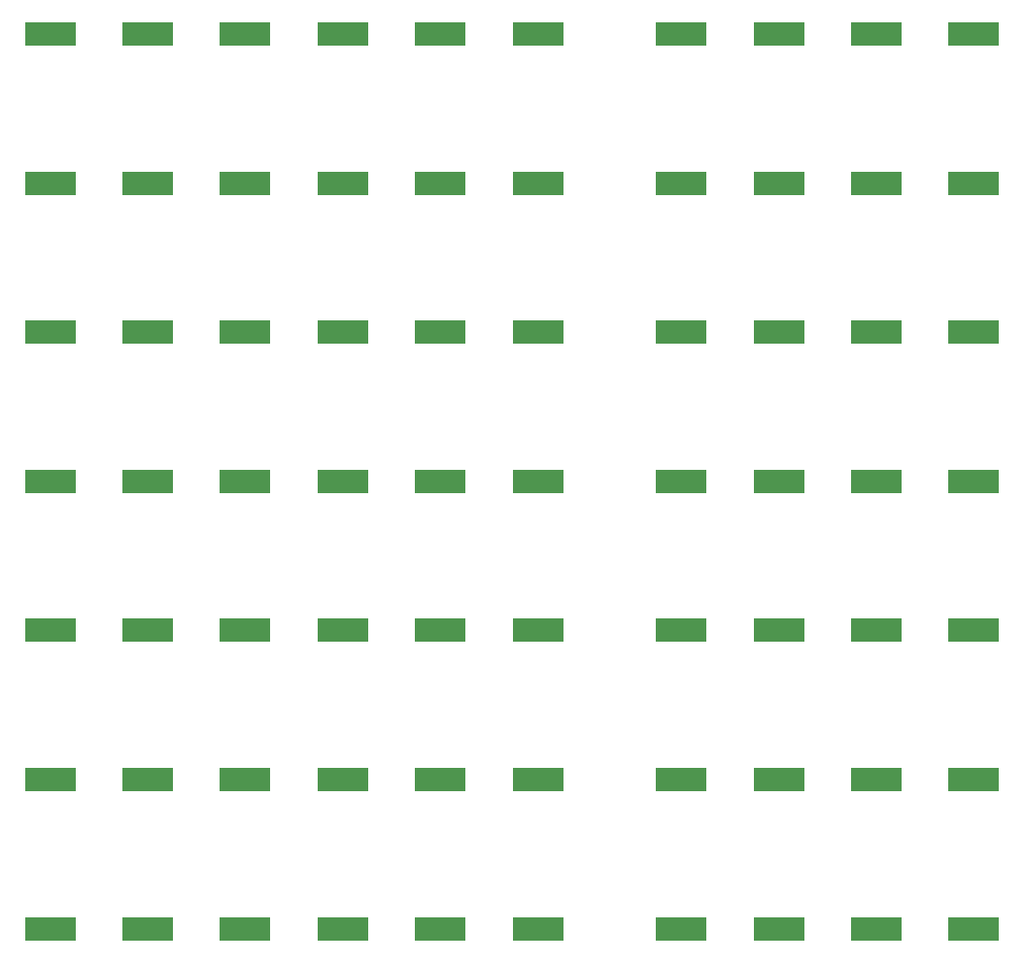
<source format=gbr>
%TF.GenerationSoftware,KiCad,Pcbnew,8.0.4-unknown-202407232306~396e531e7c~ubuntu22.04.1*%
%TF.CreationDate,2024-08-05T10:33:50+01:00*%
%TF.ProjectId,PANEL_ADS1293,50414e45-4c5f-4414-9453-313239332e6b,1.0*%
%TF.SameCoordinates,Original*%
%TF.FileFunction,Paste,Bot*%
%TF.FilePolarity,Positive*%
%FSLAX46Y46*%
G04 Gerber Fmt 4.6, Leading zero omitted, Abs format (unit mm)*
G04 Created by KiCad (PCBNEW 8.0.4-unknown-202407232306~396e531e7c~ubuntu22.04.1) date 2024-08-05 10:33:50*
%MOMM*%
%LPD*%
G01*
G04 APERTURE LIST*
%ADD10R,4.500000X2.000000*%
G04 APERTURE END LIST*
D10*
%TO.C,Y1*%
X89750000Y-63100000D03*
X81250000Y-63100000D03*
%TD*%
%TO.C,Y1*%
X89750000Y-50100000D03*
X81250000Y-50100000D03*
%TD*%
%TO.C,Y1*%
X51750000Y-50100000D03*
X43250000Y-50100000D03*
%TD*%
%TO.C,Y1*%
X72750000Y-11100000D03*
X64250000Y-11100000D03*
%TD*%
%TO.C,Y1*%
X17750000Y-89100000D03*
X9250000Y-89100000D03*
%TD*%
%TO.C,Y1*%
X51750000Y-11100000D03*
X43250000Y-11100000D03*
%TD*%
%TO.C,Y1*%
X72750000Y-76100000D03*
X64250000Y-76100000D03*
%TD*%
%TO.C,Y1*%
X89750000Y-37100000D03*
X81250000Y-37100000D03*
%TD*%
%TO.C,Y1*%
X51750000Y-24100000D03*
X43250000Y-24100000D03*
%TD*%
%TO.C,Y1*%
X89750000Y-76100000D03*
X81250000Y-76100000D03*
%TD*%
%TO.C,Y1*%
X17750000Y-76100000D03*
X9250000Y-76100000D03*
%TD*%
%TO.C,Y1*%
X17750000Y-50100000D03*
X9250000Y-50100000D03*
%TD*%
%TO.C,Y1*%
X89750000Y-24100000D03*
X81250000Y-24100000D03*
%TD*%
%TO.C,Y1*%
X51750000Y-89100000D03*
X43250000Y-89100000D03*
%TD*%
%TO.C,Y1*%
X89750000Y-11100000D03*
X81250000Y-11100000D03*
%TD*%
%TO.C,Y1*%
X34750000Y-37100000D03*
X26250000Y-37100000D03*
%TD*%
%TO.C,Y1*%
X72750000Y-50100000D03*
X64250000Y-50100000D03*
%TD*%
%TO.C,Y1*%
X34750000Y-50100000D03*
X26250000Y-50100000D03*
%TD*%
%TO.C,Y1*%
X17750000Y-63100000D03*
X9250000Y-63100000D03*
%TD*%
%TO.C,Y1*%
X72750000Y-63100000D03*
X64250000Y-63100000D03*
%TD*%
%TO.C,Y1*%
X51750000Y-63100000D03*
X43250000Y-63100000D03*
%TD*%
%TO.C,Y1*%
X51750000Y-76100000D03*
X43250000Y-76100000D03*
%TD*%
%TO.C,Y1*%
X72750000Y-37100000D03*
X64250000Y-37100000D03*
%TD*%
%TO.C,Y1*%
X89750000Y-89100000D03*
X81250000Y-89100000D03*
%TD*%
%TO.C,Y1*%
X17750000Y-24100000D03*
X9250000Y-24100000D03*
%TD*%
%TO.C,Y1*%
X34750000Y-76100000D03*
X26250000Y-76100000D03*
%TD*%
%TO.C,Y1*%
X51750000Y-37100000D03*
X43250000Y-37100000D03*
%TD*%
%TO.C,Y1*%
X34750000Y-11100000D03*
X26250000Y-11100000D03*
%TD*%
%TO.C,Y1*%
X34750000Y-63100000D03*
X26250000Y-63100000D03*
%TD*%
%TO.C,Y1*%
X34750000Y-89100000D03*
X26250000Y-89100000D03*
%TD*%
%TO.C,Y1*%
X72750000Y-89100000D03*
X64250000Y-89100000D03*
%TD*%
%TO.C,Y1*%
X34750000Y-24100000D03*
X26250000Y-24100000D03*
%TD*%
%TO.C,Y1*%
X72750000Y-24100000D03*
X64250000Y-24100000D03*
%TD*%
%TO.C,Y1*%
X17750000Y-37100000D03*
X9250000Y-37100000D03*
%TD*%
%TO.C,Y1*%
X17750000Y-11100000D03*
X9250000Y-11100000D03*
%TD*%
M02*

</source>
